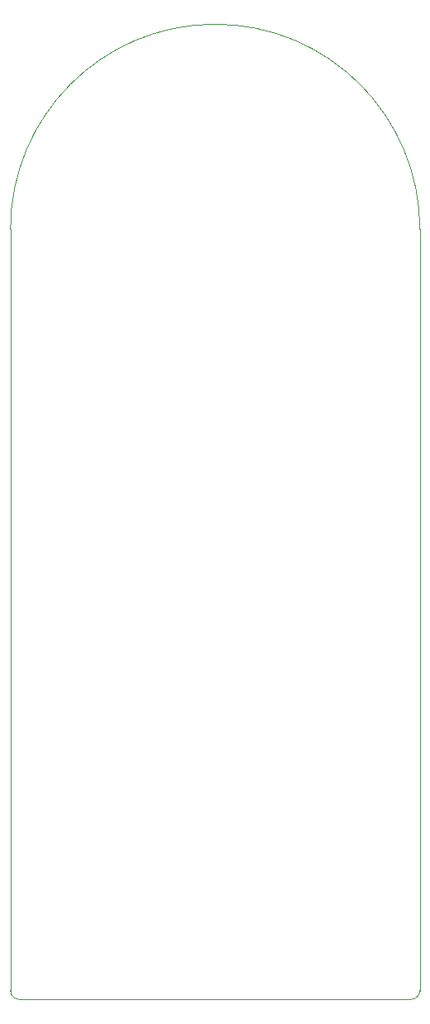
<source format=gbr>
G04 #@! TF.GenerationSoftware,KiCad,Pcbnew,(5.1.5-0-10_14)*
G04 #@! TF.CreationDate,2020-01-07T13:17:42-08:00*
G04 #@! TF.ProjectId,PARmeter,5041526d-6574-4657-922e-6b696361645f,rev?*
G04 #@! TF.SameCoordinates,Original*
G04 #@! TF.FileFunction,Profile,NP*
%FSLAX46Y46*%
G04 Gerber Fmt 4.6, Leading zero omitted, Abs format (unit mm)*
G04 Created by KiCad (PCBNEW (5.1.5-0-10_14)) date 2020-01-07 13:17:42*
%MOMM*%
%LPD*%
G04 APERTURE LIST*
%ADD10C,0.050000*%
G04 APERTURE END LIST*
D10*
X120100000Y-178900000D02*
G75*
G03X121000000Y-178000000I0J900000D01*
G01*
X79900000Y-178900000D02*
G75*
G02X79000000Y-178000000I0J900000D01*
G01*
X121000000Y-100000000D02*
G75*
G03X79000000Y-100000000I-21000000J0D01*
G01*
X79000000Y-178000000D02*
X79000000Y-100000000D01*
X121000000Y-178000000D02*
X121000000Y-100000000D01*
X79900000Y-178900000D02*
X120100000Y-178900000D01*
M02*

</source>
